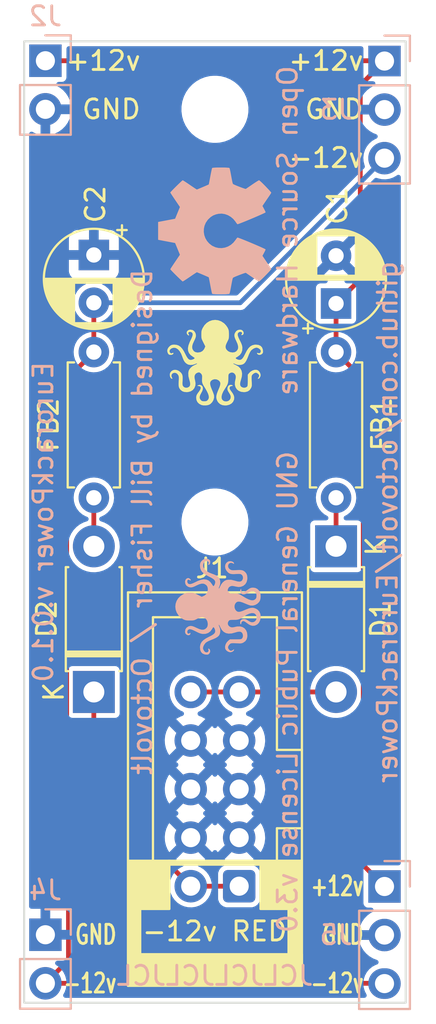
<source format=kicad_pcb>
(kicad_pcb (version 20211014) (generator pcbnew)
  (layers (0 "F.Cu" signal) (31 "B.Cu" signal) (34 "B.Paste" user) (35 "F.Paste" user) (36 "B.SilkS" user "B.Silkscreen") (37 "F.SilkS" user "F.Silkscreen") (38 "B.Mask" user) (39 "F.Mask" user) (44 "Edge.Cuts" user))
  (net 0 "")
  (net 1 "+12v")
  (net 2 "GND")
  (net 3 "-12v")
  (net 4 "Net-(D1-Pad1)")
  (net 5 "Net-(D1-Pad2)")
  (net 6 "Net-(D2-Pad1)")
  (net 7 "Net-(D2-Pad2)")
  (footprint "Resistor_THT:R_Axial_DIN0207_L6.3mm_D2.5mm_P7.62mm_Horizontal" (layer "F.Cu") (at 16.35 24.13 90)
    (fp_text reference "FB1" (at 3.85 2.4 90) (layer "F.SilkS"))
    (fp_text value "Ferrite Bead")
    (pad "1" thru_hole circle (at 0 0 90) (size 1.6 1.6) (drill 0.8) (layers *.Cu *.Mask) (net 4 "Net-(D1-Pad1)"))
    (pad "2" thru_hole oval (at 7.62 0 90) (size 1.6 1.6) (drill 0.8) (layers *.Cu *.Mask) (net 1 "+12v"))
  )
  (footprint "Capacitor_THT:CP_Radial_D5.0mm_P2.50mm" (layer "F.Cu") (at 3.65 11.43 -90)
    (fp_text reference "C2" (at -2.65 -0.08 90) (layer "F.SilkS"))
    (fp_text value "10u")
    (pad "1" thru_hole rect (at 0 0 270) (size 1.6 1.6) (drill 0.8) (layers *.Cu *.Mask) (net 2 "GND"))
    (pad "2" thru_hole circle (at 2.5 0 270) (size 1.6 1.6) (drill 0.8) (layers *.Cu *.Mask) (net 3 "-12v"))
  )
  (footprint "Capacitor_THT:CP_Radial_D5.0mm_P2.50mm" (layer "F.Cu") (at 16.35 13.97 90)
    (fp_text reference "C1" (at 5.1 0.07 90) (layer "F.SilkS"))
    (fp_text value "10u")
    (pad "1" thru_hole rect (at 0 0 90) (size 1.6 1.6) (drill 0.8) (layers *.Cu *.Mask) (net 1 "+12v"))
    (pad "2" thru_hole circle (at 2.5 0 90) (size 1.6 1.6) (drill 0.8) (layers *.Cu *.Mask) (net 2 "GND"))
  )
  (footprint "Diode_THT:D_DO-41_SOD81_P7.62mm_Horizontal" (layer "F.Cu") (at 16.35 26.67 -90)
    (fp_text reference "D1" (at 3.81 -2.3368 90) (layer "F.SilkS"))
    (fp_text value "1n400x")
    (fp_text user "K" (at 0 -2.1 90) (layer "F.SilkS"))
    (pad "1" thru_hole rect (at 0 0 270) (size 2.2 2.2) (drill 1.1) (layers *.Cu *.Mask) (net 4 "Net-(D1-Pad1)"))
    (pad "2" thru_hole oval (at 7.62 0 270) (size 2.2 2.2) (drill 1.1) (layers *.Cu *.Mask) (net 5 "Net-(D1-Pad2)"))
  )
  (footprint "Connector_IDC:IDC-Header_2x05_P2.54mm_Vertical" (layer "F.Cu") (at 11.27 44.45 180)
    (fp_text reference "J1" (at 1.42 16.63) (layer "F.SilkS"))
    (fp_text value "europower" hide)
    (fp_text user "-12v RED" (at 1.28 -2.36 180) (layer "F.SilkS"))
    (pad "1" thru_hole roundrect (at 0 0 180) (size 1.7 1.7) (drill 1) (layers *.Cu *.Mask) (roundrect_rratio 0.147059) (net 6 "Net-(D2-Pad1)"))
    (pad "2" thru_hole circle (at 2.54 0 180) (size 1.7 1.7) (drill 1) (layers *.Cu *.Mask) (net 6 "Net-(D2-Pad1)"))
    (pad "3" thru_hole circle (at 0 2.54 180) (size 1.7 1.7) (drill 1) (layers *.Cu *.Mask) (net 2 "GND"))
    (pad "4" thru_hole circle (at 2.54 2.54 180) (size 1.7 1.7) (drill 1) (layers *.Cu *.Mask) (net 2 "GND"))
    (pad "5" thru_hole circle (at 0 5.08 180) (size 1.7 1.7) (drill 1) (layers *.Cu *.Mask) (net 2 "GND"))
    (pad "6" thru_hole circle (at 2.54 5.08 180) (size 1.7 1.7) (drill 1) (layers *.Cu *.Mask) (net 2 "GND"))
    (pad "7" thru_hole circle (at 0 7.62 180) (size 1.7 1.7) (drill 1) (layers *.Cu *.Mask) (net 2 "GND"))
    (pad "8" thru_hole circle (at 2.54 7.62 180) (size 1.7 1.7) (drill 1) (layers *.Cu *.Mask) (net 2 "GND"))
    (pad "9" thru_hole circle (at 0 10.16 180) (size 1.7 1.7) (drill 1) (layers *.Cu *.Mask) (net 5 "Net-(D1-Pad2)"))
    (pad "10" thru_hole circle (at 2.54 10.16 180) (size 1.7 1.7) (drill 1) (layers *.Cu *.Mask) (net 5 "Net-(D1-Pad2)"))
  )
  (footprint "Graphics:octopus_silk_screen" (layer "F.Cu") (at 10 17.5)
    (fp_text reference "OA2" hide)
    (fp_text value "Octopus_Arts_Logo" hide)
  )
  (footprint "MountingHole:MountingHole_3mm" (layer "F.Cu") (at 10 25.4)
    (fp_text reference "H2" hide)
    (fp_text value "MountingHole" hide)
    (pad "" np_thru_hole circle (at 0 0) (size 3 3) (drill 3) (layers *.Cu *.Mask))
  )
  (footprint "Diode_THT:D_DO-41_SOD81_P7.62mm_Horizontal" (layer "F.Cu") (at 3.65 34.29 90)
    (fp_text reference "D2" (at 3.81 -2.47 90) (layer "F.SilkS"))
    (fp_text value "1n400x")
    (fp_text user "K" (at 0 -2.1 90) (layer "F.SilkS"))
    (pad "1" thru_hole rect (at 0 0 90) (size 2.2 2.2) (drill 1.1) (layers *.Cu *.Mask) (net 6 "Net-(D2-Pad1)"))
    (pad "2" thru_hole oval (at 7.62 0 90) (size 2.2 2.2) (drill 1.1) (layers *.Cu *.Mask) (net 7 "Net-(D2-Pad2)"))
  )
  (footprint "MountingHole:MountingHole_3mm" (layer "F.Cu") (at 10 3.81)
    (fp_text reference "H1" hide)
    (fp_text value "MountingHole" hide)
    (pad "" np_thru_hole circle (at 0 0) (size 3 3) (drill 3) (layers *.Cu *.Mask))
  )
  (footprint "Resistor_THT:R_Axial_DIN0207_L6.3mm_D2.5mm_P7.62mm_Horizontal" (layer "F.Cu") (at 3.65 24.13 90)
    (fp_text reference "FB2" (at 3.81 -2.37 90) (layer "F.SilkS"))
    (fp_text value "Ferrite Bead")
    (pad "1" thru_hole circle (at 0 0 90) (size 1.6 1.6) (drill 0.8) (layers *.Cu *.Mask) (net 7 "Net-(D2-Pad2)"))
    (pad "2" thru_hole oval (at 7.62 0 90) (size 1.6 1.6) (drill 0.8) (layers *.Cu *.Mask) (net 3 "-12v"))
  )
  (footprint "Connector_PinHeader_2.54mm:PinHeader_1x03_P2.54mm_Vertical" (layer "B.Cu") (at 18.89 44.465 180)
    (fp_text reference "J5" (at 2.54 -2.54) (layer "B.SilkS") (effects (justify mirror)))
    (fp_text value "Conn_01x03" hide)
    (pad "1" thru_hole rect (at 0 0 180) (size 1.7 1.7) (drill 1) (layers *.Cu *.Mask) (net 1 "+12v"))
    (pad "2" thru_hole oval (at 0 -2.54 180) (size 1.7 1.7) (drill 1) (layers *.Cu *.Mask) (net 2 "GND"))
    (pad "3" thru_hole oval (at 0 -5.08 180) (size 1.7 1.6) (drill 1) (layers *.Cu *.Mask) (net 3 "-12v"))
  )
  (footprint "Graphics:octopus_silk_screen" (layer "B.Cu") (at 10.594887 29.816098 -90)
    (fp_text reference "OA1" hide)
    (fp_text value "Octopus_Arts_Logo" hide)
  )
  (footprint "Connector_PinHeader_2.54mm:PinHeader_1x03_P2.54mm_Vertical" (layer "B.Cu") (at 18.89 1.285 180)
    (fp_text reference "J3" (at 2.54 -2.54) (layer "B.SilkS") (effects (justify mirror)))
    (fp_text value "Conn_01x03" hide)
    (pad "1" thru_hole rect (at 0 0 180) (size 1.7 1.6) (drill 1) (layers *.Cu *.Mask) (net 1 "+12v"))
    (pad "2" thru_hole oval (at 0 -2.54 180) (size 1.7 1.7) (drill 1) (layers *.Cu *.Mask) (net 2 "GND"))
    (pad "3" thru_hole oval (at 0 -5.08 180) (size 1.7 1.7) (drill 1) (layers *.Cu *.Mask) (net 3 "-12v"))
  )
  (footprint "Symbol:OSHW-Symbol_6.7x6mm_SilkScreen" (layer "B.Cu") (at 10 10.16 -90)
    (fp_text reference "OSHW1" hide)
    (fp_text value "Logo_Open_Hardware_Large" hide)
  )
  (footprint "Connector_PinHeader_2.54mm:PinHeader_1x02_P2.54mm_Vertical" (layer "B.Cu") (at 1.11 1.27 180)
    (fp_text reference "J2" (at 0 2.33) (layer "B.SilkS") (effects (justify mirror)))
    (fp_text value "Conn_01x02" hide)
    (pad "1" thru_hole rect (at 0 0 180) (size 1.7 1.7) (drill 1) (layers *.Cu *.Mask) (net 1 "+12v"))
    (pad "2" thru_hole oval (at 0 -2.54 180) (size 1.7 1.7) (drill 1) (layers *.Cu *.Mask) (net 2 "GND"))
  )
  (footprint "Connector_PinHeader_2.54mm:PinHeader_1x02_P2.54mm_Vertical" (layer "B.Cu") (at 1.11 46.99 180)
    (fp_text reference "J4" (at 0 2.33) (layer "B.SilkS") (effects (justify mirror)))
    (fp_text value "Conn_01x02" hide)
    (pad "1" thru_hole rect (at 0 0 180) (size 1.7 1.7) (drill 1) (layers *.Cu *.Mask) (net 2 "GND"))
    (pad "2" thru_hole oval (at 0 -2.54 180) (size 1.7 1.7) (drill 1) (layers *.Cu *.Mask) (net 3 "-12v"))
  )
  (gr_rect (start 0 0.254) (end 20 50.546) (layer "Edge.Cuts") (width 0.1) (fill none))
  (gr_text "GNU General Public License v3.0" (at 13.81 34.29 90) (layer "B.SilkS") (effects (font (size 1 1)) (justify mirror)))
  (gr_text "EurorackPower v.0.1.0" (at 1 25.4 90) (layer "B.SilkS") (effects (font (size 1 1)) (justify mirror)))
  (gr_text "JCLJCLJCLJCL" (at 10 49.13) (layer "B.SilkS") (effects (font (size 1 1)) (justify mirror)))
  (gr_text "github.com/octovolt/EurorackPower" (at 19.05 25.4 90) (layer "B.SilkS") (effects (font (size 1 1)) (justify mirror)))
  (gr_text "Open Source Hardware" (at 13.81 10.16 90) (layer "B.SilkS") (effects (font (size 1 1)) (justify mirror)))
  (gr_text "Designed by Bill Fisher / Octovolt" (at 6.19 25.4 90) (layer "B.SilkS") (effects (font (size 1 1)) (justify mirror)))
  (gr_text "+12v" (at 17.874 1.27) (layer "F.SilkS") (effects (font (size 1 1)) (justify right)))
  (gr_text "+12v" (at 6.19 1.27) (layer "F.SilkS") (effects (font (size 1 1)) (justify right)))
  (gr_text "GND" (at 4.92 46.99) (layer "F.SilkS") (effects (font (size 1 0.7)) (justify right)))
  (gr_text "-12v" (at 17.874 6.35) (layer "F.SilkS") (effects (font (size 1 1)) (justify right)))
  (gr_text "GND" (at 6.19 3.81) (layer "F.SilkS") (effects (font (size 1 1)) (justify right)))
  (gr_text "GND" (at 17.874 3.81) (layer "F.SilkS") (effects (font (size 1 1)) (justify right)))
  (gr_text "-12v" (at 17.874 49.53) (layer "F.SilkS") (effects (font (size 1 0.7)) (justify right)))
  (gr_text "+12v" (at 17.874 44.45) (layer "F.SilkS") (effects (font (size 1 0.7)) (justify right)))
  (gr_text "-12v" (at 4.92 49.53) (layer "F.SilkS") (effects (font (size 1 0.7)) (justify right)))
  (gr_text "GND" (at 17.874 46.99) (layer "F.SilkS") (effects (font (size 1 0.7)) (justify right)))
  (segment (start 1.11 1.27) (end 18.89 1.27) (width 0.25) (layer "F.Cu") (net 1))
  (segment (start 18.89 1.285) (end 17.62 2.555) (width 0.25) (layer "F.Cu") (net 1))
  (segment (start 17.62 2.555) (end 17.62 12.7) (width 0.25) (layer "F.Cu") (net 1))
  (segment (start 16.35 16.51) (end 17.775 17.935) (width 0.25) (layer "F.Cu") (net 1))
  (segment (start 16.35 13.97) (end 16.35 16.51) (width 0.25) (layer "F.Cu") (net 1))
  (segment (start 17.62 12.7) (end 16.35 13.97) (width 0.25) (layer "F.Cu") (net 1))
  (segment (start 17.775 17.935) (end 17.775 43.35) (width 0.25) (layer "F.Cu") (net 1))
  (segment (start 17.775 43.35) (end 18.89 44.465) (width 0.25) (layer "F.Cu") (net 1))
  (segment (start 2.32 45.668556) (end 2.32 48.32) (width 0.25) (layer "F.Cu") (net 3))
  (segment (start 2.32 48.32) (end 1.11 49.53) (width 0.25) (layer "F.Cu") (net 3))
  (segment (start 3.65 16.51) (end 3.65 13.93) (width 0.25) (layer "F.Cu") (net 3))
  (segment (start 2.225 17.935) (end 2.225 45.573556) (width 0.25) (layer "F.Cu") (net 3))
  (segment (start 2.225 45.573556) (end 2.32 45.668556) (width 0.25) (layer "F.Cu") (net 3))
  (segment (start 19.035 49.53) (end 19.05 49.545) (width 0.25) (layer "F.Cu") (net 3))
  (segment (start 1.27 49.53) (end 19.035 49.53) (width 0.25) (layer "F.Cu") (net 3))
  (segment (start 3.65 16.51) (end 2.225 17.935) (width 0.25) (layer "F.Cu") (net 3))
  (segment (start 3.65 13.93) (end 11.325 13.93) (width 0.25) (layer "B.Cu") (net 3))
  (segment (start 11.325 13.93) (end 18.89 6.365) (width 0.25) (layer "B.Cu") (net 3))
  (segment (start 16.35 26.67) (end 16.35 24.13) (width 0.25) (layer "F.Cu") (net 4))
  (segment (start 11.27 34.29) (end 16.35 34.29) (width 0.25) (layer "F.Cu") (net 5))
  (segment (start 8.73 34.29) (end 11.27 34.29) (width 0.25) (layer "F.Cu") (net 5))
  (segment (start 3.65 34.29) (end 3.65 39.37) (width 0.25) (layer "F.Cu") (net 6))
  (segment (start 3.65 39.37) (end 8.73 44.45) (width 0.25) (layer "F.Cu") (net 6))
  (segment (start 8.73 44.45) (end 11.27 44.45) (width 0.25) (layer "F.Cu") (net 6))
  (segment (start 3.65 26.67) (end 3.65 24.13) (width 0.25) (layer "F.Cu") (net 7))
  (zone (net 2) (net_name "GND") (layer "B.Cu") (connect_pads (clearance 0.254)) (min_thickness 0.254) (fill yes (thermal_gap 0.508) (thermal_bridge_width 0.508))
    (polygon (pts (xy 21.59 51.67) (xy -1.27 51.67) (xy -1.27 -1.67) (xy 21.59 -1.67)))
  )
)
</source>
